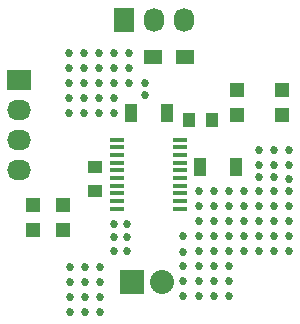
<source format=gts>
G04 #@! TF.FileFunction,Soldermask,Top*
%FSLAX46Y46*%
G04 Gerber Fmt 4.6, Leading zero omitted, Abs format (unit mm)*
G04 Created by KiCad (PCBNEW 0.201509151501+6198~30~ubuntu14.04.1-product) date Sun 04 Oct 2015 11:46:26 PM EDT*
%MOMM*%
G01*
G04 APERTURE LIST*
%ADD10C,0.100000*%
%ADD11C,0.685800*%
%ADD12R,1.000000X1.600000*%
%ADD13R,1.000000X1.250000*%
%ADD14R,1.250000X1.000000*%
%ADD15R,2.032000X1.727200*%
%ADD16O,2.032000X1.727200*%
%ADD17R,2.032000X2.032000*%
%ADD18O,2.032000X2.032000*%
%ADD19R,1.270000X0.406400*%
%ADD20R,1.198880X1.198880*%
%ADD21R,1.500000X1.300000*%
%ADD22R,1.727200X2.032000*%
%ADD23O,1.727200X2.032000*%
G04 APERTURE END LIST*
D10*
D11*
X160147000Y-132461000D03*
X158877000Y-132461000D03*
X157607000Y-132461000D03*
X160147000Y-131191000D03*
X158877000Y-131191000D03*
X157607000Y-131191000D03*
X160147000Y-129921000D03*
X158877000Y-129921000D03*
X157607000Y-129921000D03*
X160147000Y-128651000D03*
X158877000Y-128651000D03*
X157607000Y-128651000D03*
X176149000Y-118745000D03*
X173609000Y-118745000D03*
X167132000Y-127381000D03*
X167132000Y-131064000D03*
X161290000Y-126111000D03*
X171069000Y-131064000D03*
X169799000Y-131064000D03*
X168529000Y-131064000D03*
X174879000Y-118745000D03*
X167132000Y-125984000D03*
X167132000Y-128524000D03*
X167132000Y-129794000D03*
X161290000Y-127254000D03*
X171069000Y-129794000D03*
X169799000Y-129794000D03*
X168529000Y-129794000D03*
X173609000Y-120015000D03*
X162433000Y-127254000D03*
X161290000Y-124968000D03*
X162433000Y-126111000D03*
X162433000Y-124968000D03*
X171069000Y-128524000D03*
X169799000Y-128524000D03*
X168529000Y-128524000D03*
X174879000Y-120015000D03*
X176149000Y-127254000D03*
X174879000Y-127254000D03*
X173609000Y-127254000D03*
X172339000Y-127254000D03*
X171069000Y-127254000D03*
X169799000Y-127254000D03*
X168529000Y-127254000D03*
X176149000Y-120015000D03*
X176149000Y-125984000D03*
X174879000Y-125984000D03*
X173609000Y-125984000D03*
X172339000Y-125984000D03*
X171069000Y-125984000D03*
X169799000Y-125984000D03*
X168529000Y-125984000D03*
X176149000Y-121158000D03*
X176149000Y-124714000D03*
X174879000Y-124714000D03*
X173609000Y-124714000D03*
X172339000Y-124714000D03*
X171069000Y-124714000D03*
X169799000Y-124714000D03*
X168529000Y-124714000D03*
X174879000Y-121031000D03*
X176149000Y-123444000D03*
X174879000Y-123444000D03*
X173609000Y-123444000D03*
X172339000Y-123444000D03*
X171069000Y-123444000D03*
X169799000Y-123444000D03*
X168529000Y-123444000D03*
X173609000Y-121031000D03*
X176149000Y-122174000D03*
X174879000Y-122174000D03*
X173609000Y-122174000D03*
X172339000Y-122174000D03*
X171069000Y-122174000D03*
X169799000Y-122174000D03*
X168529000Y-122174000D03*
X163957000Y-113030000D03*
X161290000Y-115570000D03*
X160020000Y-115570000D03*
X158750000Y-115570000D03*
X157480000Y-115570000D03*
X163957000Y-114046000D03*
X161290000Y-114300000D03*
X160020000Y-114300000D03*
X158750000Y-114300000D03*
X157480000Y-114300000D03*
X162560000Y-113030000D03*
X161290000Y-113030000D03*
X160020000Y-113030000D03*
X158750000Y-113030000D03*
X157480000Y-113030000D03*
X162560000Y-111760000D03*
X161290000Y-111760000D03*
X160020000Y-111760000D03*
X158750000Y-111760000D03*
X157480000Y-111760000D03*
X162560000Y-110490000D03*
X161290000Y-110490000D03*
X160020000Y-110490000D03*
X158750000Y-110490000D03*
D12*
X168616500Y-120205500D03*
X171616500Y-120205500D03*
D13*
X167656000Y-116179600D03*
X169656000Y-116179600D03*
D12*
X165774500Y-115633500D03*
X162774500Y-115633500D03*
D14*
X159702500Y-120158000D03*
X159702500Y-122158000D03*
D15*
X153289000Y-112776000D03*
D16*
X153289000Y-115316000D03*
X153289000Y-117856000D03*
X153289000Y-120396000D03*
D17*
X162814000Y-129921000D03*
D18*
X165354000Y-129921000D03*
D19*
X161544000Y-117856000D03*
X161544000Y-118491000D03*
X161544000Y-119151400D03*
X161544000Y-119811800D03*
X161544000Y-120446800D03*
X161544000Y-121107200D03*
X161544000Y-121767600D03*
X161544000Y-122402600D03*
X161544000Y-123063000D03*
X161544000Y-123698000D03*
X166878000Y-123698000D03*
X166878000Y-123063000D03*
X166878000Y-122402600D03*
X166878000Y-121767600D03*
X166878000Y-121107200D03*
X166878000Y-120446800D03*
X166878000Y-119811800D03*
X166878000Y-119151400D03*
X166878000Y-118491000D03*
X166878000Y-117856000D03*
D20*
X175514000Y-113631980D03*
X175514000Y-115730020D03*
X171704000Y-113631980D03*
X171704000Y-115730020D03*
X156972000Y-123410980D03*
X156972000Y-125509020D03*
X154432000Y-123410980D03*
X154432000Y-125509020D03*
D21*
X167339000Y-110871000D03*
X164639000Y-110871000D03*
D22*
X162179000Y-107696000D03*
D23*
X164719000Y-107696000D03*
X167259000Y-107696000D03*
D11*
X157480000Y-110490000D03*
M02*

</source>
